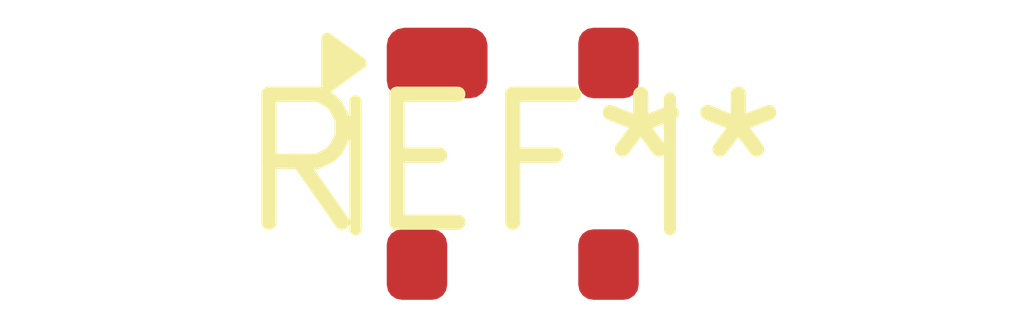
<source format=kicad_pcb>
(kicad_pcb (version 20240108) (generator pcbnew)
  (layers (0 "F.Cu" signal) (31 "B.Cu" signal) (34 "B.Paste" user) (35 "F.Paste" user) (36 "B.SilkS" user "B.Silkscreen") (37 "F.SilkS" user "F.Silkscreen") (38 "B.Mask" user) (39 "F.Mask" user) (44 "Edge.Cuts" user))
  (net 0 "")
  (footprint "SOT-143R" (layer "F.Cu") (at 0 0)
    (property "Reference" "REF**")
    (property "Value" "SOT-143R")
    (fp_line (start -1.56 0.65) (end -1.56 -0.62) (layer "F.SilkS") (stroke (width 0.12)))
    (fp_line (start 1.56 0.65) (end 1.56 -0.65) (layer "F.SilkS") (stroke (width 0.12)))
    (fp_poly (pts (xy -1.51 -1) (xy -1.84 -1.24) (xy -1.84 -0.76) (xy -1.51 -1)) (layer "F.SilkS") (stroke (width 0.12)) (fill solid))
    (pad "1" smd roundrect (at -0.75 -1 270) (size 0.7 1) (layers "F.Cu" "F.Paste" "F.Mask"))
    (pad "2" smd roundrect (at 0.95 -1 270) (size 0.7 0.6) (layers "F.Cu" "F.Paste" "F.Mask"))
    (pad "3" smd roundrect (at 0.95 1 270) (size 0.7 0.6) (layers "F.Cu" "F.Paste" "F.Mask"))
    (pad "4" smd roundrect (at -0.95 1 270) (size 0.7 0.6) (layers "F.Cu" "F.Paste" "F.Mask"))
  )
)
</source>
